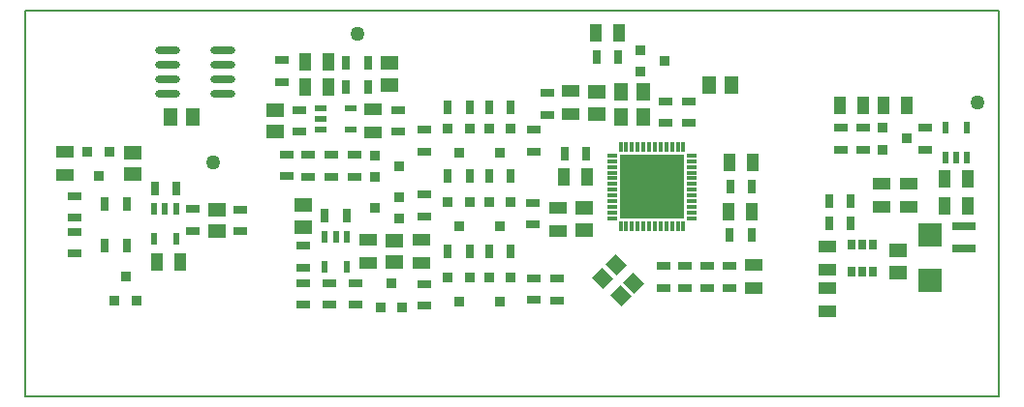
<source format=gtp>
G04*
G04 #@! TF.GenerationSoftware,Altium Limited,CircuitStudio,1.5.2 (1.5.2.30)*
G04*
G04 Layer_Color=7318015*
%FSLAX44Y44*%
%MOMM*%
G71*
G01*
G75*
%ADD10R,1.3000X1.6000*%
%ADD11O,2.2000X0.6000*%
%ADD12R,0.9144X0.8128*%
%ADD13R,1.3000X0.7000*%
%ADD14R,1.0000X1.5240*%
%ADD15R,1.6000X1.3000*%
%ADD16C,1.2700*%
%ADD17R,1.5240X1.0000*%
%ADD18R,0.7000X1.3000*%
%ADD19R,1.0000X0.6000*%
%ADD20R,0.6000X1.0000*%
%ADD21R,0.8128X0.9144*%
%ADD22R,2.0000X2.0000*%
%ADD23R,2.0000X0.8000*%
%ADD24R,5.5880X5.5880*%
%ADD25R,0.8128X0.3048*%
%ADD26R,0.3048X0.8128*%
%ADD27R,0.6500X0.9000*%
G04:AMPARAMS|DCode=28|XSize=1.4mm|YSize=1.2mm|CornerRadius=0mm|HoleSize=0mm|Usage=FLASHONLY|Rotation=315.000|XOffset=0mm|YOffset=0mm|HoleType=Round|Shape=Rectangle|*
%AMROTATEDRECTD28*
4,1,4,-0.9192,0.0707,-0.0707,0.9192,0.9192,-0.0707,0.0707,-0.9192,-0.9192,0.0707,0.0*
%
%ADD28ROTATEDRECTD28*%

%ADD35C,0.2030*%
D10*
X480250Y499500D02*
D03*
X461250D02*
D03*
X874300Y521700D02*
D03*
X855300D02*
D03*
X874300Y499200D02*
D03*
X855300D02*
D03*
X951250Y527750D02*
D03*
X932250D02*
D03*
D11*
X459000Y557550D02*
D03*
Y544850D02*
D03*
Y532150D02*
D03*
Y519450D02*
D03*
X507000Y557550D02*
D03*
Y544850D02*
D03*
Y532150D02*
D03*
Y519450D02*
D03*
D12*
X1104788Y480626D02*
D03*
X1083612Y470974D02*
D03*
Y490126D02*
D03*
X639612Y419724D02*
D03*
X660788Y429376D02*
D03*
Y410224D02*
D03*
X660688Y456476D02*
D03*
X639512Y446824D02*
D03*
Y465976D02*
D03*
X872162Y558126D02*
D03*
Y538974D02*
D03*
X893338Y548626D02*
D03*
D13*
X1066500Y471000D02*
D03*
Y490000D02*
D03*
X1121000D02*
D03*
Y471000D02*
D03*
X1046950Y490050D02*
D03*
Y471050D02*
D03*
X558700Y549200D02*
D03*
Y530200D02*
D03*
X930400Y369000D02*
D03*
Y350000D02*
D03*
X521842Y399210D02*
D03*
Y418210D02*
D03*
X577000Y386500D02*
D03*
Y367500D02*
D03*
Y335200D02*
D03*
Y354200D02*
D03*
X600100Y354250D02*
D03*
Y335250D02*
D03*
X623200Y354200D02*
D03*
Y335200D02*
D03*
X779000Y339100D02*
D03*
Y358100D02*
D03*
X778250Y405250D02*
D03*
Y424250D02*
D03*
X683000Y334100D02*
D03*
Y353100D02*
D03*
Y412600D02*
D03*
Y431600D02*
D03*
X949600Y350000D02*
D03*
Y369000D02*
D03*
X894100Y513400D02*
D03*
Y494400D02*
D03*
X914100D02*
D03*
Y513400D02*
D03*
X779000Y469100D02*
D03*
Y488100D02*
D03*
X683000Y469100D02*
D03*
Y488100D02*
D03*
X621700Y447298D02*
D03*
Y466298D02*
D03*
X601900Y466300D02*
D03*
Y447300D02*
D03*
X574000Y486500D02*
D03*
Y505500D02*
D03*
X562600Y447500D02*
D03*
Y466500D02*
D03*
X581800Y447300D02*
D03*
Y466300D02*
D03*
X659800Y505500D02*
D03*
Y486500D02*
D03*
X790653Y520400D02*
D03*
Y501400D02*
D03*
X480503Y418710D02*
D03*
Y399710D02*
D03*
X799250Y358000D02*
D03*
Y339000D02*
D03*
X891750Y350050D02*
D03*
Y369050D02*
D03*
X910950Y350050D02*
D03*
Y369050D02*
D03*
X377002Y379710D02*
D03*
Y398710D02*
D03*
X376952Y430460D02*
D03*
Y411460D02*
D03*
D14*
X1104410Y509550D02*
D03*
X1084090D02*
D03*
X449092Y372460D02*
D03*
X469412D02*
D03*
X578940Y548100D02*
D03*
X599260D02*
D03*
X579030Y525330D02*
D03*
X599350D02*
D03*
X1045970Y509550D02*
D03*
X1066290D02*
D03*
X804640Y446700D02*
D03*
X824960D02*
D03*
X969460Y416800D02*
D03*
X949140D02*
D03*
X1138040Y421800D02*
D03*
X1158360D02*
D03*
X970060Y459700D02*
D03*
X949740D02*
D03*
X1137840Y445000D02*
D03*
X1158160D02*
D03*
X853222Y573514D02*
D03*
X832902D02*
D03*
D15*
X428253Y449460D02*
D03*
Y468460D02*
D03*
X656800Y372216D02*
D03*
Y391216D02*
D03*
X652200Y527600D02*
D03*
Y546600D02*
D03*
X577000Y422200D02*
D03*
Y403200D02*
D03*
X1097000Y382500D02*
D03*
Y363500D02*
D03*
X822750Y419550D02*
D03*
Y400550D02*
D03*
X833800Y502200D02*
D03*
Y521200D02*
D03*
X552400Y505500D02*
D03*
Y486500D02*
D03*
X502003Y418210D02*
D03*
Y399210D02*
D03*
D16*
X498252Y459710D02*
D03*
X1166250Y512550D02*
D03*
X624200Y572300D02*
D03*
D17*
X680750Y371522D02*
D03*
Y391842D02*
D03*
X368753Y448800D02*
D03*
Y469120D02*
D03*
X638100Y485840D02*
D03*
Y506160D02*
D03*
X633900Y391910D02*
D03*
Y371590D02*
D03*
X1035000Y329640D02*
D03*
Y349960D02*
D03*
X1035000Y386160D02*
D03*
Y365840D02*
D03*
X1082750Y420460D02*
D03*
Y440780D02*
D03*
X800050Y399924D02*
D03*
Y420244D02*
D03*
X970600Y349340D02*
D03*
Y369660D02*
D03*
X1106000Y441160D02*
D03*
Y420840D02*
D03*
X811250Y522160D02*
D03*
Y501840D02*
D03*
D18*
X805600Y467600D02*
D03*
X824600D02*
D03*
X614690Y547330D02*
D03*
X633690D02*
D03*
X633690Y525330D02*
D03*
X614690D02*
D03*
X596150Y413000D02*
D03*
X615150D02*
D03*
X1055500Y426000D02*
D03*
X1036500D02*
D03*
Y406000D02*
D03*
X1055500D02*
D03*
X758500Y381600D02*
D03*
X739500D02*
D03*
X758500Y447600D02*
D03*
X739500D02*
D03*
X703500Y381600D02*
D03*
X722500D02*
D03*
X703500Y447600D02*
D03*
X722500D02*
D03*
X968800Y395800D02*
D03*
X949800D02*
D03*
X758500Y507600D02*
D03*
X739500D02*
D03*
X703500D02*
D03*
X722500D02*
D03*
X969400Y438700D02*
D03*
X950400D02*
D03*
X447503Y436960D02*
D03*
X466502D02*
D03*
X833750Y552050D02*
D03*
X852750D02*
D03*
X423003Y423460D02*
D03*
X404002D02*
D03*
X423003Y386710D02*
D03*
X404002D02*
D03*
D19*
X592538Y507130D02*
D03*
Y497630D02*
D03*
Y488130D02*
D03*
X618542D02*
D03*
Y507130D02*
D03*
D20*
X466002Y419212D02*
D03*
X456502D02*
D03*
X447003D02*
D03*
Y393208D02*
D03*
X466002D02*
D03*
X615150Y394502D02*
D03*
X605650D02*
D03*
X596150D02*
D03*
Y368498D02*
D03*
X615150D02*
D03*
X1138500Y463998D02*
D03*
X1148000D02*
D03*
X1157500D02*
D03*
Y490002D02*
D03*
X1138500D02*
D03*
D21*
X421926Y360048D02*
D03*
X431578Y338872D02*
D03*
X412426D02*
D03*
X398329Y448122D02*
D03*
X388676Y469298D02*
D03*
X407828D02*
D03*
X654124Y353888D02*
D03*
X663776Y332712D02*
D03*
X644624D02*
D03*
X749076Y338012D02*
D03*
X739424Y359188D02*
D03*
X758576D02*
D03*
X749076Y404012D02*
D03*
X739424Y425188D02*
D03*
X758576D02*
D03*
X713076Y338012D02*
D03*
X703424Y359188D02*
D03*
X722576D02*
D03*
X749076Y468012D02*
D03*
X739424Y489188D02*
D03*
X758576D02*
D03*
X713076Y468012D02*
D03*
X703424Y489188D02*
D03*
X722576D02*
D03*
X713076Y404012D02*
D03*
X703424Y425188D02*
D03*
X722576D02*
D03*
D22*
X1125000Y356000D02*
D03*
Y396000D02*
D03*
D23*
X1155000Y404000D02*
D03*
Y384000D02*
D03*
D24*
X882000Y438300D02*
D03*
D25*
X916798Y465732D02*
D03*
Y460906D02*
D03*
Y455826D02*
D03*
Y450746D02*
D03*
Y445920D02*
D03*
Y440840D02*
D03*
Y435760D02*
D03*
Y430680D02*
D03*
Y425854D02*
D03*
Y420774D02*
D03*
Y415694D02*
D03*
Y410868D02*
D03*
X847202D02*
D03*
Y415694D02*
D03*
Y420774D02*
D03*
Y425854D02*
D03*
Y430680D02*
D03*
Y435760D02*
D03*
Y440840D02*
D03*
Y445920D02*
D03*
Y450746D02*
D03*
Y455826D02*
D03*
Y460906D02*
D03*
Y465732D02*
D03*
D26*
X909432Y403502D02*
D03*
X904606D02*
D03*
X899526D02*
D03*
X894446D02*
D03*
X889620D02*
D03*
X884540D02*
D03*
X879460D02*
D03*
X874380D02*
D03*
X869554D02*
D03*
X864474D02*
D03*
X859394D02*
D03*
X854568D02*
D03*
Y473098D02*
D03*
X859394D02*
D03*
X864474D02*
D03*
X869554D02*
D03*
X874380D02*
D03*
X879460D02*
D03*
X884540D02*
D03*
X889620D02*
D03*
X904606D02*
D03*
X909432D02*
D03*
X894446D02*
D03*
X899526D02*
D03*
D27*
X1075000Y388000D02*
D03*
X1065500D02*
D03*
X1056000D02*
D03*
Y364000D02*
D03*
X1065500D02*
D03*
X1075000D02*
D03*
D28*
X854521Y342765D02*
D03*
X838965Y358321D02*
D03*
X865835Y354079D02*
D03*
X850279Y369635D02*
D03*
D35*
X334500Y255000D02*
Y592250D01*
X1184750D01*
Y255000D02*
Y592250D01*
X334500Y255000D02*
X1184750D01*
M02*

</source>
